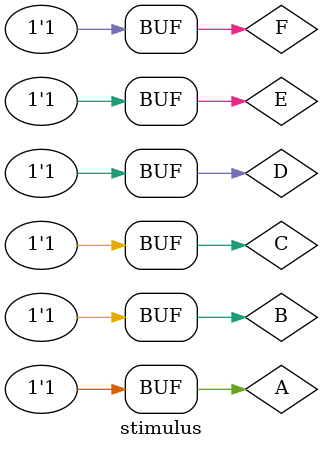
<source format=v>
`timescale 1ns / 1ps
module stimulus;

//inputs
reg A, B, C, D, E, F;

//outputs
wire A_, B_, C_, A_B_, A_B_C_, A_B_C_D, A_B_C_DE, A_B_C_DEF, A_B, out;

assignment uut
(
    .A(A), .B(B), .C(C), .D(D), .E(E), .F(F), .out(out)
);

initial 
begin
    $dumpfile("test.vcd");
    $dumpvars(0, stimulus);
    A = 0; B = 0; C = 0; D = 0; E = 0; F = 0;

    #5
    A = 0; B = 0; C = 0; D = 0; E = 0; F = 1;

    #5
    A = 0; B = 0; C = 0; D = 0; E = 1; F = 0;

    #5
    A = 0; B = 0; C = 0; D = 0; E = 1; F = 1;
    
    #5
    A = 0; B = 0; C = 0; D = 1; E = 0; F = 0;
    
    #5
    A = 0; B = 1; C = 0; D = 1; E = 0; F = 1;
    
    #5
    A = 1; B = 1; C = 0; D = 0; E = 1; F = 1;
    
    #5
    A = 0; B = 0; C = 1; D = 1; E = 0; F = 0;
    
    #5
    A = 1; B = 1; C = 1; D = 0; E = 0; F = 0;
    
    #5
    A = 1; B = 1; C = 1; D = 1; E = 1; F = 1;

end

initial 
begin
    $monitor("A=%d, B=%d, C=%d, D=%d, E=%d, F=%d, Ouput=%d \n", A, B, C, D, E, F, out);
end

endmodule
</source>
